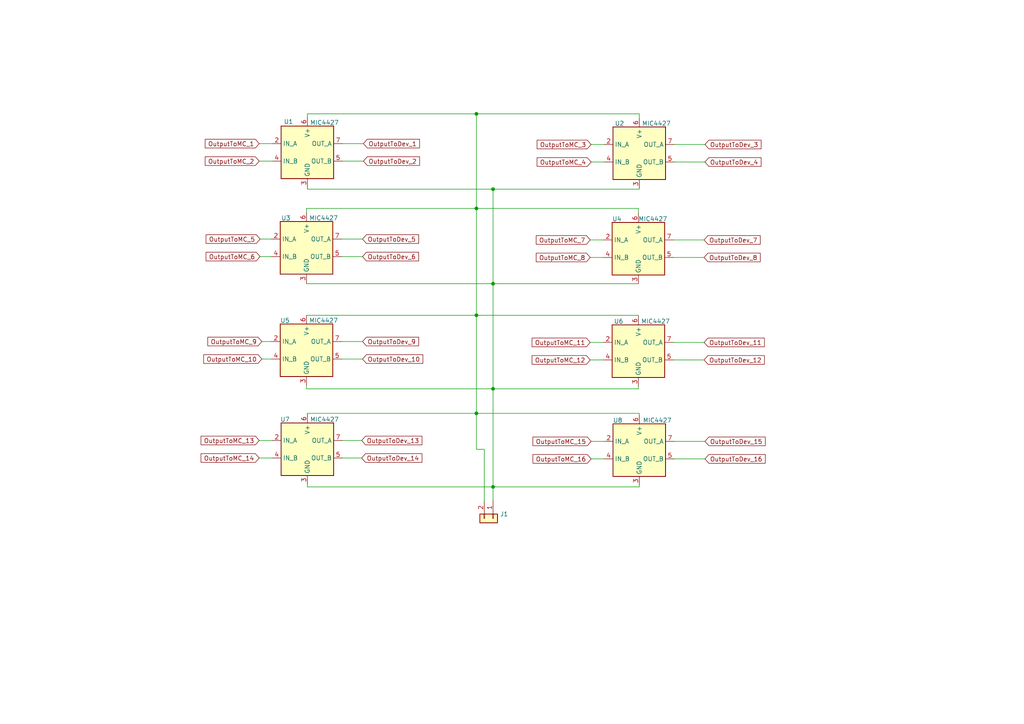
<source format=kicad_sch>
(kicad_sch (version 20250114) (generator "eeschema") (generator_version "9.0")
  (paper "A4")
  (lib_symbols
    (symbol "Connector_Generic:Conn_01x02" (pin_names (offset 1.016) (hide yes))
      (property "Reference" "J" (at 0 2.54 0))
      (property "Value" "Conn_01x02" (at 0 -5.08 0))
      (symbol "Conn_01x02_1_1"
        (rectangle (start -1.27 1.27) (end 1.27 -3.81) (stroke (width 0.254)) (fill (type background)))
        (rectangle (start -1.27 0.127) (end 0 -0.127) (stroke (width 0.1524)))
        (rectangle (start -1.27 -2.413) (end 0 -2.667) (stroke (width 0.1524)))
        (pin passive line (at -5.08 0 0) (length 3.81) (name "Pin_1") (number "1"))
        (pin passive line (at -5.08 -2.54 0) (length 3.81) (name "Pin_2") (number "2"))
      )
    )
    (symbol "Driver_FET:MIC4427"
      (property "Reference" "U" (at -7.62 8.89 0))
      (property "Value" "MIC4427" (at 1.27 8.89 0))
      (symbol "MIC4427_0_1"
        (rectangle (start -7.62 -7.62) (end 7.62 7.62) (stroke (width 0.254)) (fill (type background)))
      )
      (symbol "MIC4427_1_1"
        (pin input line (at -10.16 2.54 0) (length 2.54) (name "IN_A") (number "2"))
        (pin input line (at -10.16 -2.54 0) (length 2.54) (name "IN_B") (number "4"))
        (pin no_connect line (at -7.62 0 0) (length 2.54) (hide yes) (name "NC") (number "1"))
        (pin power_in line (at 0 10.16 270) (length 2.54) (name "V+") (number "6"))
        (pin power_in line (at 0 -10.16 90) (length 2.54) (name "GND") (number "3"))
        (pin no_connect line (at 7.62 0 180) (length 2.54) (hide yes) (name "NC") (number "8"))
        (pin output line (at 10.16 2.54 180) (length 2.54) (name "OUT_A") (number "7"))
        (pin output line (at 10.16 -2.54 180) (length 2.54) (name "OUT_B") (number "5"))
      )
    )
  )
  (junction (at 143.002 141.224))
  (junction (at 138.176 119.888))
  (junction (at 143.002 112.776))
  (junction (at 143.002 82.296))
  (junction (at 138.176 33.02))
  (junction (at 143.002 54.864))
  (junction (at 138.176 60.452))
  (junction (at 138.176 91.44))
  (wire (pts (xy 143.002 82.296) (xy 88.9 82.296)))
  (wire (pts (xy 75.184 46.736) (xy 78.994 46.736)))
  (wire (pts (xy 75.184 127.762) (xy 78.994 127.762)))
  (wire (pts (xy 138.176 91.44) (xy 185.166 91.44)))
  (wire (pts (xy 138.176 33.02) (xy 89.154 33.02)))
  (wire (pts (xy 185.166 82.296) (xy 143.002 82.296)))
  (wire (pts (xy 171.45 133.096) (xy 175.26 133.096)))
  (wire (pts (xy 138.176 33.02) (xy 138.176 60.452)))
  (wire (pts (xy 88.9 60.452) (xy 88.9 61.722)))
  (wire (pts (xy 195.58 133.096) (xy 204.47 133.096)))
  (wire (pts (xy 99.06 74.422) (xy 105.156 74.422)))
  (wire (pts (xy 195.326 69.596) (xy 204.216 69.596)))
  (wire (pts (xy 143.002 112.776) (xy 185.166 112.776)))
  (wire (pts (xy 185.166 61.976) (xy 185.166 60.452)))
  (wire (pts (xy 99.314 41.656) (xy 105.41 41.656)))
  (wire (pts (xy 99.06 69.342) (xy 105.156 69.342)))
  (wire (pts (xy 185.42 33.02) (xy 138.176 33.02)))
  (wire (pts (xy 171.196 69.596) (xy 175.006 69.596)))
  (wire (pts (xy 195.326 104.394) (xy 204.216 104.394)))
  (wire (pts (xy 88.9 112.776) (xy 143.002 112.776)))
  (wire (pts (xy 89.154 54.864) (xy 89.154 54.356)))
  (wire (pts (xy 195.58 128.016) (xy 204.47 128.016)))
  (wire (pts (xy 89.154 140.462) (xy 89.154 141.224)))
  (wire (pts (xy 99.314 127.762) (xy 104.902 127.762)))
  (wire (pts (xy 143.002 54.864) (xy 143.002 82.296)))
  (wire (pts (xy 99.06 104.14) (xy 105.156 104.14)))
  (wire (pts (xy 143.002 141.224) (xy 185.42 141.224)))
  (wire (pts (xy 89.154 119.888) (xy 138.176 119.888)))
  (wire (pts (xy 138.176 91.44) (xy 138.176 119.888)))
  (wire (pts (xy 143.002 82.296) (xy 143.002 112.776)))
  (wire (pts (xy 195.326 99.314) (xy 204.216 99.314)))
  (wire (pts (xy 171.196 104.394) (xy 175.006 104.394)))
  (wire (pts (xy 138.176 130.302) (xy 140.462 130.302)))
  (wire (pts (xy 89.154 119.888) (xy 89.154 120.142)))
  (wire (pts (xy 185.166 60.452) (xy 138.176 60.452)))
  (wire (pts (xy 138.176 119.888) (xy 138.176 130.302)))
  (wire (pts (xy 143.002 112.776) (xy 143.002 141.224)))
  (wire (pts (xy 185.42 120.396) (xy 185.42 119.888)))
  (wire (pts (xy 185.42 54.864) (xy 143.002 54.864)))
  (wire (pts (xy 185.42 141.224) (xy 185.42 140.716)))
  (wire (pts (xy 138.176 60.452) (xy 138.176 91.44)))
  (wire (pts (xy 75.438 69.342) (xy 78.74 69.342)))
  (wire (pts (xy 143.002 141.224) (xy 143.002 145.288)))
  (wire (pts (xy 138.176 119.888) (xy 185.42 119.888)))
  (wire (pts (xy 99.314 46.736) (xy 105.41 46.736)))
  (wire (pts (xy 171.196 99.314) (xy 175.006 99.314)))
  (wire (pts (xy 185.42 54.61) (xy 185.42 54.864)))
  (wire (pts (xy 171.45 41.91) (xy 175.26 41.91)))
  (wire (pts (xy 140.462 130.302) (xy 140.462 145.288)))
  (wire (pts (xy 138.176 60.452) (xy 88.9 60.452)))
  (wire (pts (xy 195.326 74.676) (xy 204.216 74.676)))
  (wire (pts (xy 75.946 99.06) (xy 78.74 99.06)))
  (wire (pts (xy 185.166 112.014) (xy 185.166 112.776)))
  (wire (pts (xy 99.314 132.842) (xy 104.902 132.842)))
  (wire (pts (xy 75.946 104.14) (xy 78.74 104.14)))
  (wire (pts (xy 88.9 82.042) (xy 88.9 82.296)))
  (wire (pts (xy 185.166 91.44) (xy 185.166 91.694)))
  (wire (pts (xy 88.9 111.76) (xy 88.9 112.776)))
  (wire (pts (xy 171.196 74.676) (xy 175.006 74.676)))
  (wire (pts (xy 171.45 46.99) (xy 175.26 46.99)))
  (wire (pts (xy 75.438 74.422) (xy 78.74 74.422)))
  (wire (pts (xy 89.154 141.224) (xy 143.002 141.224)))
  (wire (pts (xy 88.9 91.44) (xy 138.176 91.44)))
  (wire (pts (xy 99.06 99.06) (xy 105.156 99.06)))
  (wire (pts (xy 195.58 41.91) (xy 204.47 41.91)))
  (wire (pts (xy 171.45 128.016) (xy 175.26 128.016)))
  (wire (pts (xy 75.184 132.842) (xy 78.994 132.842)))
  (wire (pts (xy 89.154 33.02) (xy 89.154 34.036)))
  (wire (pts (xy 195.58 46.99) (xy 204.47 46.99)))
  (wire (pts (xy 143.002 54.864) (xy 89.154 54.864)))
  (wire (pts (xy 75.184 41.656) (xy 78.994 41.656)))
  (wire (pts (xy 185.42 33.02) (xy 185.42 34.29)))
  (global_label "OutputToDev_14" (shape input) (at 104.902 132.842 0) (property "Intersheetrefs" "${INTERSHEET_REFS}" (effects (hide yes))))
  (global_label "OutputToMC_2" (shape input) (at 75.184 46.736 180) (property "Intersheetrefs" "${INTERSHEET_REFS}" (effects (hide yes))))
  (global_label "OutputToMC_8" (shape input) (at 171.196 74.676 180) (property "Intersheetrefs" "${INTERSHEET_REFS}" (effects (hide yes))))
  (global_label "OutputToDev_3" (shape input) (at 204.47 41.91 0) (property "Intersheetrefs" "${INTERSHEET_REFS}" (effects (hide yes))))
  (global_label "OutputToMC_5" (shape input) (at 75.438 69.342 180) (property "Intersheetrefs" "${INTERSHEET_REFS}" (effects (hide yes))))
  (global_label "OutputToDev_8" (shape input) (at 204.216 74.676 0) (property "Intersheetrefs" "${INTERSHEET_REFS}" (effects (hide yes))))
  (global_label "OutputToDev_5" (shape input) (at 105.156 69.342 0) (property "Intersheetrefs" "${INTERSHEET_REFS}" (effects (hide yes))))
  (global_label "OutputToMC_6" (shape input) (at 75.438 74.422 180) (property "Intersheetrefs" "${INTERSHEET_REFS}" (effects (hide yes))))
  (global_label "OutputToDev_16" (shape input) (at 204.47 133.096 0) (property "Intersheetrefs" "${INTERSHEET_REFS}" (effects (hide yes))))
  (global_label "OutputToMC_1" (shape input) (at 75.184 41.656 180) (property "Intersheetrefs" "${INTERSHEET_REFS}" (effects (hide yes))))
  (global_label "OutputToMC_14" (shape input) (at 75.184 132.842 180) (property "Intersheetrefs" "${INTERSHEET_REFS}" (effects (hide yes))))
  (global_label "OutputToMC_4" (shape input) (at 171.45 46.99 180) (property "Intersheetrefs" "${INTERSHEET_REFS}" (effects (hide yes))))
  (global_label "OutputToMC_9" (shape input) (at 75.946 99.06 180) (property "Intersheetrefs" "${INTERSHEET_REFS}" (effects (hide yes))))
  (global_label "OutputToDev_12" (shape input) (at 204.216 104.394 0) (property "Intersheetrefs" "${INTERSHEET_REFS}" (effects (hide yes))))
  (global_label "OutputToDev_10" (shape input) (at 105.156 104.14 0) (property "Intersheetrefs" "${INTERSHEET_REFS}" (effects (hide yes))))
  (global_label "OutputToDev_9" (shape input) (at 105.156 99.06 0) (property "Intersheetrefs" "${INTERSHEET_REFS}" (effects (hide yes))))
  (global_label "OutputToMC_10" (shape input) (at 75.946 104.14 180) (property "Intersheetrefs" "${INTERSHEET_REFS}" (effects (hide yes))))
  (global_label "OutputToDev_6" (shape input) (at 105.156 74.422 0) (property "Intersheetrefs" "${INTERSHEET_REFS}" (effects (hide yes))))
  (global_label "OutputToMC_7" (shape input) (at 171.196 69.596 180) (property "Intersheetrefs" "${INTERSHEET_REFS}" (effects (hide yes))))
  (global_label "OutputToDev_1" (shape input) (at 105.41 41.656 0) (property "Intersheetrefs" "${INTERSHEET_REFS}" (effects (hide yes))))
  (global_label "OutputToDev_4" (shape input) (at 204.47 46.99 0) (property "Intersheetrefs" "${INTERSHEET_REFS}" (effects (hide yes))))
  (global_label "OutputToMC_13" (shape input) (at 75.184 127.762 180) (property "Intersheetrefs" "${INTERSHEET_REFS}" (effects (hide yes))))
  (global_label "OutputToDev_11" (shape input) (at 204.216 99.314 0) (property "Intersheetrefs" "${INTERSHEET_REFS}" (effects (hide yes))))
  (global_label "OutputToMC_12" (shape input) (at 171.196 104.394 180) (property "Intersheetrefs" "${INTERSHEET_REFS}" (effects (hide yes))))
  (global_label "OutputToMC_15" (shape input) (at 171.45 128.016 180) (property "Intersheetrefs" "${INTERSHEET_REFS}" (effects (hide yes))))
  (global_label "OutputToDev_2" (shape input) (at 105.41 46.736 0) (property "Intersheetrefs" "${INTERSHEET_REFS}" (effects (hide yes))))
  (global_label "OutputToDev_13" (shape input) (at 104.902 127.762 0) (property "Intersheetrefs" "${INTERSHEET_REFS}" (effects (hide yes))))
  (global_label "OutputToMC_16" (shape input) (at 171.45 133.096 180) (property "Intersheetrefs" "${INTERSHEET_REFS}" (effects (hide yes))))
  (global_label "OutputToDev_7" (shape input) (at 204.216 69.596 0) (property "Intersheetrefs" "${INTERSHEET_REFS}" (effects (hide yes))))
  (global_label "OutputToDev_15" (shape input) (at 204.47 128.016 0) (property "Intersheetrefs" "${INTERSHEET_REFS}" (effects (hide yes))))
  (global_label "OutputToMC_3" (shape input) (at 171.45 41.91 180) (property "Intersheetrefs" "${INTERSHEET_REFS}" (effects (hide yes))))
  (global_label "OutputToMC_11" (shape input) (at 171.196 99.314 180) (property "Intersheetrefs" "${INTERSHEET_REFS}" (effects (hide yes))))
  (symbol (lib_id "Driver_FET:MIC4427") (at 185.42 130.556 0) (unit 1)
    (property "Reference" "U8" (at 177.8 121.92 0) (effects (justify left)))
    (property "Value" "MIC4427" (at 186.436 121.92 0) (effects (justify left)))
    (property "Footprint" "Package_SO:MSOP-8_3x3mm_P0.65mm" (effects (hide yes)))
    (property "Datasheet" "http://ww1.microchip.com/downloads/en/DeviceDoc/mic4426.pdf" (effects (hide yes)))
    (property "Description" "Dual 1.5A-Peak Low-Side MOSFET Driver, DIP-8/SOIC-8/MSOP-8" (effects (hide yes)))
  )
  (symbol (lib_id "Driver_FET:MIC4427") (at 185.166 101.854 0) (unit 1)
    (property "Reference" "U6" (at 178.054 93.218 0) (effects (justify left)))
    (property "Value" "MIC4427" (at 185.928 93.218 0) (effects (justify left)))
    (property "Footprint" "Package_SO:MSOP-8_3x3mm_P0.65mm" (effects (hide yes)))
    (property "Datasheet" "http://ww1.microchip.com/downloads/en/DeviceDoc/mic4426.pdf" (effects (hide yes)))
    (property "Description" "Dual 1.5A-Peak Low-Side MOSFET Driver, DIP-8/SOIC-8/MSOP-8" (effects (hide yes)))
  )
  (symbol (lib_id "Driver_FET:MIC4427") (at 185.166 72.136 0) (unit 1)
    (property "Reference" "U4" (at 177.546 63.5 0) (effects (justify left)))
    (property "Value" "MIC4427" (at 185.166 63.5 0) (effects (justify left)))
    (property "Footprint" "Package_SO:MSOP-8_3x3mm_P0.65mm" (effects (hide yes)))
    (property "Datasheet" "http://ww1.microchip.com/downloads/en/DeviceDoc/mic4426.pdf" (effects (hide yes)))
    (property "Description" "Dual 1.5A-Peak Low-Side MOSFET Driver, DIP-8/SOIC-8/MSOP-8" (effects (hide yes)))
  )
  (symbol (lib_id "Driver_FET:MIC4427") (at 88.9 101.6 0) (unit 1)
    (property "Reference" "U5" (at 81.28 92.964 0) (effects (justify left)))
    (property "Value" "MIC4427" (at 89.662 92.964 0) (effects (justify left)))
    (property "Footprint" "Package_SO:MSOP-8_3x3mm_P0.65mm" (effects (hide yes)))
    (property "Datasheet" "http://ww1.microchip.com/downloads/en/DeviceDoc/mic4426.pdf" (effects (hide yes)))
    (property "Description" "Dual 1.5A-Peak Low-Side MOSFET Driver, DIP-8/SOIC-8/MSOP-8" (effects (hide yes)))
  )
  (symbol (lib_id "Driver_FET:MIC4427") (at 185.42 44.45 0) (unit 1)
    (property "Reference" "U2" (at 178.308 35.814 0) (effects (justify left)))
    (property "Value" "MIC4427" (at 186.182 35.814 0) (effects (justify left)))
    (property "Footprint" "Package_SO:MSOP-8_3x3mm_P0.65mm" (effects (hide yes)))
    (property "Datasheet" "http://ww1.microchip.com/downloads/en/DeviceDoc/mic4426.pdf" (effects (hide yes)))
    (property "Description" "Dual 1.5A-Peak Low-Side MOSFET Driver, DIP-8/SOIC-8/MSOP-8" (effects (hide yes)))
  )
  (symbol (lib_id "Driver_FET:MIC4427") (at 89.154 44.196 0) (unit 1)
    (property "Reference" "U1" (at 82.296 35.306 0) (effects (justify left)))
    (property "Value" "MIC4427" (at 89.916 35.56 0) (effects (justify left)))
    (property "Footprint" "Package_SO:MSOP-8_3x3mm_P0.65mm" (effects (hide yes)))
    (property "Datasheet" "http://ww1.microchip.com/downloads/en/DeviceDoc/mic4426.pdf" (effects (hide yes)))
    (property "Description" "Dual 1.5A-Peak Low-Side MOSFET Driver, DIP-8/SOIC-8/MSOP-8" (effects (hide yes)))
  )
  (symbol (lib_id "Connector_Generic:Conn_01x02") (at 143.002 150.368 270) (unit 1)
    (property "Reference" "J1" (at 145.034 149.0979 90) (effects (justify left)))
    (property "Value" "Conn_01x02" (effects (hide yes)))
    (property "Footprint" "Connector_PinHeader_2.54mm:PinHeader_1x02_P2.54mm_Vertical" (effects (hide yes)))
    (property "Description" "Generic connector, single row, 01x02, script generated (kicad-library-utils/schlib/autogen/connector/)" (effects (hide yes)))
  )
  (symbol (lib_id "Driver_FET:MIC4427") (at 89.154 130.302 0) (unit 1)
    (property "Reference" "U7" (at 81.28 121.666 0) (effects (justify left)))
    (property "Value" "MIC4427" (at 89.916 121.666 0) (effects (justify left)))
    (property "Footprint" "Package_SO:MSOP-8_3x3mm_P0.65mm" (effects (hide yes)))
    (property "Datasheet" "http://ww1.microchip.com/downloads/en/DeviceDoc/mic4426.pdf" (effects (hide yes)))
    (property "Description" "Dual 1.5A-Peak Low-Side MOSFET Driver, DIP-8/SOIC-8/MSOP-8" (effects (hide yes)))
  )
  (symbol (lib_id "Driver_FET:MIC4427") (at 88.9 71.882 0) (unit 1)
    (property "Reference" "U3" (at 81.534 63.246 0) (effects (justify left)))
    (property "Value" "MIC4427" (at 89.662 63.246 0) (effects (justify left)))
    (property "Footprint" "Package_SO:MSOP-8_3x3mm_P0.65mm" (effects (hide yes)))
    (property "Datasheet" "http://ww1.microchip.com/downloads/en/DeviceDoc/mic4426.pdf" (effects (hide yes)))
    (property "Description" "Dual 1.5A-Peak Low-Side MOSFET Driver, DIP-8/SOIC-8/MSOP-8" (effects (hide yes)))
  )
)
</source>
